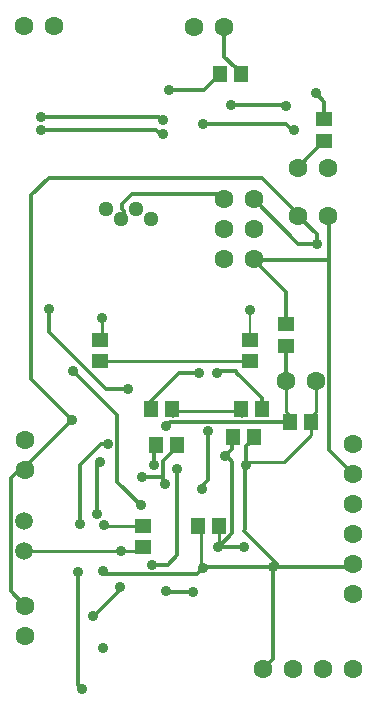
<source format=gbl>
G04*
G04 #@! TF.GenerationSoftware,Altium Limited,Altium Designer,19.0.10 (269)*
G04*
G04 Layer_Physical_Order=2*
G04 Layer_Color=16711680*
%FSLAX24Y24*%
%MOIN*%
G70*
G01*
G75*
%ADD13C,0.0100*%
%ADD14R,0.0551X0.0472*%
%ADD15R,0.0472X0.0551*%
%ADD36C,0.0120*%
%ADD37C,0.0080*%
%ADD38C,0.0630*%
%ADD39C,0.0591*%
%ADD40C,0.0512*%
%ADD41C,0.0354*%
G54D13*
X8220Y8120D02*
X9480D01*
X3430Y6009D02*
X4800D01*
X9480Y8120D02*
X10390Y9030D01*
X8221Y11490D02*
X8350Y11361D01*
X3370Y11490D02*
X8221D01*
X3420Y12370D02*
Y12931D01*
X3370Y12320D02*
X3420Y12370D01*
X3370Y12190D02*
Y12320D01*
X10390Y9464D02*
Y9650D01*
Y9030D02*
Y9464D01*
X7881Y9870D02*
X8091Y9660D01*
X5750D02*
X5940Y9850D01*
X5950Y9840D02*
X7881D01*
X4010Y3900D02*
Y3950D01*
X3110Y3000D02*
X4010Y3900D01*
X6611Y5990D02*
X6730Y5871D01*
Y4610D02*
Y5871D01*
X807Y5173D02*
X3984D01*
X3990D01*
X9540Y9791D02*
X9681Y9650D01*
X9540Y9791D02*
Y10830D01*
X10390Y9650D02*
X10540Y9800D01*
Y10830D01*
X3984Y5173D02*
X3987Y5170D01*
X3990Y5173D01*
X7711Y9160D02*
X7761Y9110D01*
X4040Y5173D02*
X4673D01*
X7320Y5300D02*
Y5990D01*
X4673Y5173D02*
X4800Y5300D01*
G54D14*
X8350Y11491D02*
D03*
Y12200D02*
D03*
X3370Y11481D02*
D03*
Y12190D02*
D03*
X9550Y12719D02*
D03*
Y12010D02*
D03*
X4800Y5300D02*
D03*
Y6009D02*
D03*
X10838Y19547D02*
D03*
Y18838D02*
D03*
G54D15*
X5770Y9910D02*
D03*
X5061D02*
D03*
X8060D02*
D03*
X8769D02*
D03*
X10390Y9464D02*
D03*
X9681D02*
D03*
X8500Y8950D02*
D03*
X7791D02*
D03*
X5929Y8680D02*
D03*
X5220D02*
D03*
X7320Y5990D02*
D03*
X6611D02*
D03*
X7359Y21063D02*
D03*
X8067D02*
D03*
G54D36*
X7481Y8315D02*
X7576D01*
X5080Y8540D02*
X5170Y8449D01*
X5080Y8540D02*
X5162Y8622D01*
X8200Y5887D02*
Y8120D01*
X8220D02*
Y8664D01*
Y8020D02*
Y8120D01*
Y8664D02*
X8290Y8734D01*
X8324D01*
X8500Y8911D01*
Y8950D01*
X7510Y8320D02*
X7755Y8565D01*
Y8913D01*
X7791Y8950D01*
X9129Y4640D02*
X9240D01*
X9110Y4510D02*
X9240Y4640D01*
X6582Y4380D02*
X6792Y4590D01*
X4740Y7640D02*
X5446D01*
Y7902D01*
Y7577D02*
Y7640D01*
Y7577D02*
X5465Y7559D01*
X5446Y8158D02*
X5447Y8157D01*
Y7903D02*
Y8157D01*
X5446Y7902D02*
X5447Y7903D01*
X5465Y7435D02*
Y7559D01*
Y7435D02*
X5510Y7390D01*
X9240Y4640D02*
Y4727D01*
X8140Y5827D02*
X9240Y4727D01*
X5930Y5030D02*
Y7890D01*
X5610Y4710D02*
X5930Y5030D01*
X5140Y8030D02*
Y8419D01*
X5170Y8449D01*
X5446Y8158D02*
Y8158D01*
X5929Y8641D01*
X6842Y4640D02*
X9129D01*
X9110Y1550D02*
Y4510D01*
X8790Y1230D02*
X9110Y1550D01*
X5061Y10171D02*
X5990Y11100D01*
X5061Y9910D02*
Y10171D01*
X7260Y11097D02*
Y11133D01*
X7273Y11146D01*
X7874D01*
X5990Y11100D02*
X6660D01*
X5699Y9457D02*
X7070D01*
X5559Y9317D02*
X5699Y9457D01*
X7077Y9464D02*
X9681D01*
X7070Y9457D02*
X7077Y9464D01*
X9681D02*
Y9650D01*
X6750Y7323D02*
X6947Y7519D01*
Y9146D01*
X8490Y14870D02*
X9550Y13810D01*
Y12719D02*
Y13810D01*
X9540Y10830D02*
X9550Y10840D01*
Y12010D01*
X9961Y16339D02*
X10575Y15724D01*
Y15410D02*
Y15724D01*
X3379Y8739D02*
X3620D01*
X2680Y8040D02*
X3379Y8739D01*
X2680Y6060D02*
Y8040D01*
Y6000D02*
Y6060D01*
X3250Y8120D02*
X3350D01*
X377Y7600D02*
X545Y7768D01*
X377Y3829D02*
Y7600D01*
Y3829D02*
X865Y3341D01*
X4080Y16715D02*
X4435Y17070D01*
X4080Y16554D02*
Y16715D01*
Y16554D02*
X4149Y16486D01*
X4435Y17070D02*
X7290D01*
X7480Y16880D01*
X10985Y14870D02*
Y16314D01*
Y8525D02*
Y14870D01*
X8490D02*
X10985D01*
X8480Y14880D02*
X8490Y14870D01*
X10961Y16339D02*
X10985Y16314D01*
Y8525D02*
X11790Y7720D01*
X6440Y3800D02*
X6460Y3780D01*
X5580Y3800D02*
X6440D01*
X5560Y3820D02*
X5580Y3800D01*
X2460Y11160D02*
X3927Y9693D01*
Y7473D02*
Y9693D01*
Y7473D02*
X4720Y6680D01*
X2610Y700D02*
X2740Y570D01*
X2610Y700D02*
Y4470D01*
X8140Y5827D02*
X8200Y5887D01*
X9961Y16339D02*
Y16399D01*
X8750Y17610D02*
X9961Y16399D01*
X1640Y17610D02*
X8750D01*
X1050Y17020D02*
X1640Y17610D01*
X1050Y10910D02*
Y17020D01*
Y10910D02*
X2430Y9530D01*
X865Y7965D02*
X2430Y9530D01*
X865Y7858D02*
Y7965D01*
X5929Y8641D02*
Y8680D01*
X3450Y4470D02*
X3460Y4480D01*
Y4485D01*
X3450Y4470D02*
X3540Y4380D01*
X6582D01*
X5080Y4710D02*
X5610D01*
X10547Y20430D02*
X10838Y20139D01*
Y19547D02*
Y20139D01*
X9770Y19190D02*
X9820D01*
X9560Y19400D02*
X9770Y19190D01*
X6780Y19400D02*
X9560D01*
X6750Y7220D02*
Y7323D01*
X7976Y11044D02*
X8769Y10251D01*
Y9910D02*
Y10251D01*
X7971Y11044D02*
X7976D01*
X7894Y11120D02*
X7971Y11044D01*
X7894Y11120D02*
Y11126D01*
X7874Y11146D02*
X7894Y11126D01*
X9510Y20030D02*
X9550Y19990D01*
X5347Y19070D02*
X5450D01*
X5217Y19200D02*
X5347Y19070D01*
X1390Y19200D02*
X5217D01*
X5419Y19540D02*
X5450D01*
X5319Y19640D02*
X5419Y19540D01*
X1400Y19640D02*
X5319D01*
X10798Y18838D02*
X10838D01*
X10622Y18662D02*
X10798Y18838D01*
X10622Y18623D02*
Y18662D01*
X10196Y18196D02*
X10622Y18623D01*
X10196Y18149D02*
Y18196D01*
X9961Y17913D02*
X10196Y18149D01*
X7496Y21634D02*
Y22638D01*
Y21634D02*
X7852Y21279D01*
X7891D01*
X8067Y21102D01*
Y21063D02*
Y21102D01*
X7730Y20030D02*
X9510D01*
X5670Y20530D02*
X6826D01*
X7143Y20847D01*
X7182D01*
X7359Y21024D01*
Y21063D01*
X545Y7768D02*
X775D01*
X865Y7858D01*
X7300Y5280D02*
X8150D01*
X7300D02*
X7320Y5300D01*
X7576Y8315D02*
X7770Y8121D01*
Y5750D02*
Y8121D01*
X7320Y5300D02*
X7770Y5750D01*
X1650Y12470D02*
X3560Y10560D01*
X1650Y12470D02*
Y13220D01*
X3560Y10560D02*
X4280D01*
X4149Y16314D02*
Y16486D01*
X4070Y16235D02*
X4149Y16314D01*
X9950Y15410D02*
X10575D01*
X8480Y16880D02*
X9950Y15410D01*
X3250Y6410D02*
Y8120D01*
X6792Y4590D02*
X6842Y4640D01*
X9240D02*
X11710D01*
X11790Y4720D01*
G54D37*
X8340Y13181D02*
X8350Y13171D01*
Y12200D02*
Y13171D01*
G54D38*
X10961Y17913D02*
D03*
X9961D02*
D03*
X10540Y10830D02*
D03*
X9540D02*
D03*
X11790Y8720D02*
D03*
Y7720D02*
D03*
Y6720D02*
D03*
Y5720D02*
D03*
Y4720D02*
D03*
Y3720D02*
D03*
X865Y3341D02*
D03*
Y2341D02*
D03*
Y7858D02*
D03*
Y8858D02*
D03*
X7480Y16880D02*
D03*
X8480D02*
D03*
X7480Y15880D02*
D03*
X8480D02*
D03*
X7480Y14880D02*
D03*
X8480D02*
D03*
X6496Y22638D02*
D03*
X7496D02*
D03*
X807Y22663D02*
D03*
X1807D02*
D03*
X9961Y16339D02*
D03*
X10961D02*
D03*
X8790Y1230D02*
D03*
X9790D02*
D03*
X10790D02*
D03*
X11790D02*
D03*
G54D39*
X807Y5173D02*
D03*
Y6173D02*
D03*
G54D40*
X5070Y16235D02*
D03*
X4570Y16550D02*
D03*
X4070Y16235D02*
D03*
X3570Y16550D02*
D03*
G54D41*
X8220Y8020D02*
D03*
X5510Y7390D02*
D03*
X5930Y7890D02*
D03*
X5140Y8030D02*
D03*
X4740Y7640D02*
D03*
X7260Y11097D02*
D03*
X6660Y11100D02*
D03*
X6947Y9146D02*
D03*
X3350Y8120D02*
D03*
X6460Y3780D02*
D03*
X5560Y3820D02*
D03*
X2610Y4470D02*
D03*
X3490Y6040D02*
D03*
X2680Y6060D02*
D03*
X2460Y11160D02*
D03*
X5559Y9317D02*
D03*
X3620Y8739D02*
D03*
X2430Y9530D02*
D03*
X4040Y5173D02*
D03*
X3460Y4485D02*
D03*
X3440Y1930D02*
D03*
X4010Y3950D02*
D03*
X3110Y3000D02*
D03*
X5080Y4710D02*
D03*
X10547Y20430D02*
D03*
X9820Y19190D02*
D03*
X7510Y8320D02*
D03*
X6750Y7220D02*
D03*
X9550Y19990D02*
D03*
X6780Y19400D02*
D03*
X5450Y19070D02*
D03*
X1390Y19200D02*
D03*
X5450Y19540D02*
D03*
X7730Y20030D02*
D03*
X5670Y20530D02*
D03*
X1400Y19640D02*
D03*
X4720Y6680D02*
D03*
X8150Y5280D02*
D03*
X10575Y15410D02*
D03*
X3250Y6410D02*
D03*
X4280Y10560D02*
D03*
X1650Y13220D02*
D03*
X2740Y570D02*
D03*
X9129Y4640D02*
D03*
X6792Y4590D02*
D03*
X8340Y13181D02*
D03*
X3420Y12931D02*
D03*
X7300Y5280D02*
D03*
M02*

</source>
